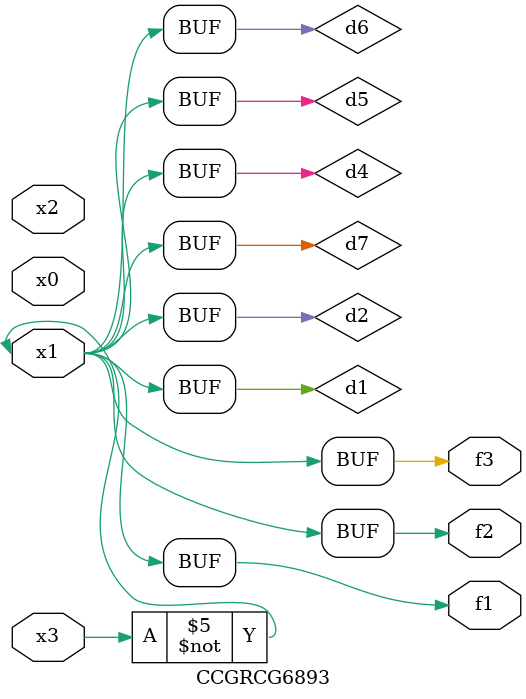
<source format=v>
module CCGRCG6893(
	input x0, x1, x2, x3,
	output f1, f2, f3
);

	wire d1, d2, d3, d4, d5, d6, d7;

	not (d1, x3);
	buf (d2, x1);
	xnor (d3, d1, d2);
	nor (d4, d1);
	buf (d5, d1, d2);
	buf (d6, d4, d5);
	nand (d7, d4);
	assign f1 = d6;
	assign f2 = d7;
	assign f3 = d6;
endmodule

</source>
